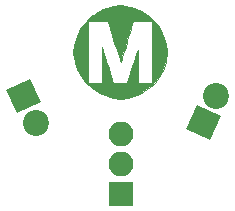
<source format=gts>
G04 #@! TF.FileFunction,Soldermask,Top*
%FSLAX46Y46*%
G04 Gerber Fmt 4.6, Leading zero omitted, Abs format (unit mm)*
G04 Created by KiCad (PCBNEW 4.0.7) date 09/06/18 00:22:22*
%MOMM*%
%LPD*%
G01*
G04 APERTURE LIST*
%ADD10C,0.100000*%
%ADD11C,0.010000*%
%ADD12R,2.100000X2.100000*%
%ADD13O,2.100000X2.100000*%
%ADD14C,2.200000*%
G04 APERTURE END LIST*
D10*
D11*
G36*
X163132559Y-84067440D02*
X163262785Y-84079731D01*
X163326780Y-84098330D01*
X163331000Y-84105333D01*
X163367625Y-84135684D01*
X163451228Y-84147666D01*
X163611897Y-84165032D01*
X163825490Y-84212530D01*
X164068795Y-84283262D01*
X164318598Y-84370331D01*
X164551684Y-84466836D01*
X164597968Y-84488435D01*
X165112004Y-84777944D01*
X165565028Y-85126108D01*
X165957897Y-85533785D01*
X166291466Y-86001829D01*
X166503897Y-86394365D01*
X166601544Y-86620730D01*
X166691256Y-86868869D01*
X166766135Y-87115567D01*
X166819282Y-87337611D01*
X166843800Y-87511787D01*
X166844667Y-87541105D01*
X166857562Y-87627304D01*
X166887000Y-87661333D01*
X166907616Y-87701129D01*
X166922215Y-87810582D01*
X166929045Y-87974789D01*
X166929333Y-88021166D01*
X166924651Y-88196404D01*
X166911774Y-88320499D01*
X166892456Y-88378550D01*
X166887000Y-88381000D01*
X166856648Y-88417624D01*
X166844667Y-88501228D01*
X166827301Y-88661896D01*
X166779803Y-88875490D01*
X166709070Y-89118795D01*
X166622002Y-89368598D01*
X166525496Y-89601684D01*
X166503897Y-89647967D01*
X166213710Y-90161894D01*
X165863246Y-90616562D01*
X165453607Y-91010876D01*
X164985891Y-91343742D01*
X164585222Y-91558256D01*
X164351824Y-91657523D01*
X164100644Y-91747515D01*
X163854427Y-91821484D01*
X163635917Y-91872684D01*
X163467859Y-91894367D01*
X163451228Y-91894666D01*
X163365029Y-91907562D01*
X163331000Y-91937000D01*
X163291037Y-91957284D01*
X163180412Y-91971753D01*
X163013025Y-91978864D01*
X162950000Y-91979333D01*
X162767440Y-91974892D01*
X162637215Y-91962601D01*
X162573220Y-91944002D01*
X162569000Y-91937000D01*
X162532667Y-91905556D01*
X162459636Y-91894666D01*
X162312629Y-91878355D01*
X162111195Y-91833899D01*
X161878063Y-91768015D01*
X161635962Y-91687422D01*
X161407623Y-91598838D01*
X161305624Y-91553604D01*
X160799688Y-91271458D01*
X160346870Y-90924093D01*
X159950271Y-90514605D01*
X159612994Y-90046089D01*
X159396102Y-89647967D01*
X159298456Y-89421602D01*
X159208744Y-89173463D01*
X159133865Y-88926765D01*
X159080718Y-88704721D01*
X159056200Y-88530545D01*
X159055333Y-88501228D01*
X159042437Y-88415028D01*
X159013000Y-88381000D01*
X158992384Y-88341204D01*
X158977784Y-88231751D01*
X158970955Y-88067543D01*
X158970667Y-88021166D01*
X158974632Y-87858562D01*
X158985212Y-87734199D01*
X159000438Y-87667512D01*
X159007171Y-87661333D01*
X159031821Y-87623194D01*
X159056620Y-87524994D01*
X159070422Y-87433765D01*
X159163865Y-86975686D01*
X159332364Y-86515255D01*
X159567736Y-86065594D01*
X159861796Y-85639824D01*
X160096220Y-85375333D01*
X160240667Y-85375333D01*
X160240667Y-90667000D01*
X161383667Y-90667000D01*
X161386685Y-89111250D01*
X161389704Y-87555500D01*
X161485602Y-87894166D01*
X161523612Y-88022326D01*
X161583646Y-88217178D01*
X161661357Y-88464958D01*
X161752396Y-88751905D01*
X161852415Y-89064254D01*
X161957066Y-89388244D01*
X161977464Y-89451058D01*
X162373429Y-90669284D01*
X162942001Y-90657558D01*
X163510572Y-90645833D01*
X163779315Y-89820333D01*
X163876778Y-89519179D01*
X163979918Y-89197442D01*
X164080343Y-88881503D01*
X164169661Y-88597743D01*
X164229279Y-88405785D01*
X164410500Y-87816737D01*
X164431667Y-89231285D01*
X164452833Y-90645833D01*
X165056083Y-90657578D01*
X165659333Y-90669324D01*
X165659333Y-85375333D01*
X164836686Y-85375333D01*
X164551767Y-85375928D01*
X164340281Y-85378371D01*
X164190998Y-85383647D01*
X164092689Y-85392740D01*
X164034125Y-85406637D01*
X164004076Y-85426322D01*
X163992243Y-85449416D01*
X163976305Y-85505154D01*
X163939905Y-85633346D01*
X163885596Y-85824970D01*
X163815935Y-86071001D01*
X163733474Y-86362418D01*
X163640768Y-86690196D01*
X163540373Y-87045311D01*
X163497878Y-87195666D01*
X163395207Y-87557367D01*
X163298889Y-87893626D01*
X163211489Y-88195718D01*
X163135571Y-88454913D01*
X163073699Y-88662486D01*
X163028437Y-88809707D01*
X163002350Y-88887849D01*
X162997687Y-88898016D01*
X162979381Y-88866329D01*
X162939966Y-88762579D01*
X162882452Y-88595864D01*
X162809846Y-88375282D01*
X162725157Y-88109929D01*
X162631394Y-87808902D01*
X162556720Y-87564516D01*
X162451494Y-87217638D01*
X162348098Y-86877292D01*
X162250648Y-86557001D01*
X162163265Y-86270285D01*
X162090068Y-86030667D01*
X162035176Y-85851669D01*
X162015558Y-85788083D01*
X161887744Y-85375333D01*
X160240667Y-85375333D01*
X160096220Y-85375333D01*
X160206361Y-85251066D01*
X160593246Y-84912441D01*
X160685564Y-84844306D01*
X160926842Y-84690572D01*
X161206170Y-84542512D01*
X161504492Y-84407651D01*
X161802752Y-84293512D01*
X162081892Y-84207620D01*
X162322857Y-84157499D01*
X162449973Y-84147666D01*
X162535635Y-84134651D01*
X162569000Y-84105333D01*
X162608963Y-84085048D01*
X162719587Y-84070579D01*
X162886975Y-84063468D01*
X162950000Y-84063000D01*
X163132559Y-84067440D01*
X163132559Y-84067440D01*
G37*
X163132559Y-84067440D02*
X163262785Y-84079731D01*
X163326780Y-84098330D01*
X163331000Y-84105333D01*
X163367625Y-84135684D01*
X163451228Y-84147666D01*
X163611897Y-84165032D01*
X163825490Y-84212530D01*
X164068795Y-84283262D01*
X164318598Y-84370331D01*
X164551684Y-84466836D01*
X164597968Y-84488435D01*
X165112004Y-84777944D01*
X165565028Y-85126108D01*
X165957897Y-85533785D01*
X166291466Y-86001829D01*
X166503897Y-86394365D01*
X166601544Y-86620730D01*
X166691256Y-86868869D01*
X166766135Y-87115567D01*
X166819282Y-87337611D01*
X166843800Y-87511787D01*
X166844667Y-87541105D01*
X166857562Y-87627304D01*
X166887000Y-87661333D01*
X166907616Y-87701129D01*
X166922215Y-87810582D01*
X166929045Y-87974789D01*
X166929333Y-88021166D01*
X166924651Y-88196404D01*
X166911774Y-88320499D01*
X166892456Y-88378550D01*
X166887000Y-88381000D01*
X166856648Y-88417624D01*
X166844667Y-88501228D01*
X166827301Y-88661896D01*
X166779803Y-88875490D01*
X166709070Y-89118795D01*
X166622002Y-89368598D01*
X166525496Y-89601684D01*
X166503897Y-89647967D01*
X166213710Y-90161894D01*
X165863246Y-90616562D01*
X165453607Y-91010876D01*
X164985891Y-91343742D01*
X164585222Y-91558256D01*
X164351824Y-91657523D01*
X164100644Y-91747515D01*
X163854427Y-91821484D01*
X163635917Y-91872684D01*
X163467859Y-91894367D01*
X163451228Y-91894666D01*
X163365029Y-91907562D01*
X163331000Y-91937000D01*
X163291037Y-91957284D01*
X163180412Y-91971753D01*
X163013025Y-91978864D01*
X162950000Y-91979333D01*
X162767440Y-91974892D01*
X162637215Y-91962601D01*
X162573220Y-91944002D01*
X162569000Y-91937000D01*
X162532667Y-91905556D01*
X162459636Y-91894666D01*
X162312629Y-91878355D01*
X162111195Y-91833899D01*
X161878063Y-91768015D01*
X161635962Y-91687422D01*
X161407623Y-91598838D01*
X161305624Y-91553604D01*
X160799688Y-91271458D01*
X160346870Y-90924093D01*
X159950271Y-90514605D01*
X159612994Y-90046089D01*
X159396102Y-89647967D01*
X159298456Y-89421602D01*
X159208744Y-89173463D01*
X159133865Y-88926765D01*
X159080718Y-88704721D01*
X159056200Y-88530545D01*
X159055333Y-88501228D01*
X159042437Y-88415028D01*
X159013000Y-88381000D01*
X158992384Y-88341204D01*
X158977784Y-88231751D01*
X158970955Y-88067543D01*
X158970667Y-88021166D01*
X158974632Y-87858562D01*
X158985212Y-87734199D01*
X159000438Y-87667512D01*
X159007171Y-87661333D01*
X159031821Y-87623194D01*
X159056620Y-87524994D01*
X159070422Y-87433765D01*
X159163865Y-86975686D01*
X159332364Y-86515255D01*
X159567736Y-86065594D01*
X159861796Y-85639824D01*
X160096220Y-85375333D01*
X160240667Y-85375333D01*
X160240667Y-90667000D01*
X161383667Y-90667000D01*
X161386685Y-89111250D01*
X161389704Y-87555500D01*
X161485602Y-87894166D01*
X161523612Y-88022326D01*
X161583646Y-88217178D01*
X161661357Y-88464958D01*
X161752396Y-88751905D01*
X161852415Y-89064254D01*
X161957066Y-89388244D01*
X161977464Y-89451058D01*
X162373429Y-90669284D01*
X162942001Y-90657558D01*
X163510572Y-90645833D01*
X163779315Y-89820333D01*
X163876778Y-89519179D01*
X163979918Y-89197442D01*
X164080343Y-88881503D01*
X164169661Y-88597743D01*
X164229279Y-88405785D01*
X164410500Y-87816737D01*
X164431667Y-89231285D01*
X164452833Y-90645833D01*
X165056083Y-90657578D01*
X165659333Y-90669324D01*
X165659333Y-85375333D01*
X164836686Y-85375333D01*
X164551767Y-85375928D01*
X164340281Y-85378371D01*
X164190998Y-85383647D01*
X164092689Y-85392740D01*
X164034125Y-85406637D01*
X164004076Y-85426322D01*
X163992243Y-85449416D01*
X163976305Y-85505154D01*
X163939905Y-85633346D01*
X163885596Y-85824970D01*
X163815935Y-86071001D01*
X163733474Y-86362418D01*
X163640768Y-86690196D01*
X163540373Y-87045311D01*
X163497878Y-87195666D01*
X163395207Y-87557367D01*
X163298889Y-87893626D01*
X163211489Y-88195718D01*
X163135571Y-88454913D01*
X163073699Y-88662486D01*
X163028437Y-88809707D01*
X163002350Y-88887849D01*
X162997687Y-88898016D01*
X162979381Y-88866329D01*
X162939966Y-88762579D01*
X162882452Y-88595864D01*
X162809846Y-88375282D01*
X162725157Y-88109929D01*
X162631394Y-87808902D01*
X162556720Y-87564516D01*
X162451494Y-87217638D01*
X162348098Y-86877292D01*
X162250648Y-86557001D01*
X162163265Y-86270285D01*
X162090068Y-86030667D01*
X162035176Y-85851669D01*
X162015558Y-85788083D01*
X161887744Y-85375333D01*
X160240667Y-85375333D01*
X160096220Y-85375333D01*
X160206361Y-85251066D01*
X160593246Y-84912441D01*
X160685564Y-84844306D01*
X160926842Y-84690572D01*
X161206170Y-84542512D01*
X161504492Y-84407651D01*
X161802752Y-84293512D01*
X162081892Y-84207620D01*
X162322857Y-84157499D01*
X162449973Y-84147666D01*
X162535635Y-84134651D01*
X162569000Y-84105333D01*
X162608963Y-84085048D01*
X162719587Y-84070579D01*
X162886975Y-84063468D01*
X162950000Y-84063000D01*
X163132559Y-84067440D01*
D12*
X163000000Y-100000000D03*
D13*
X163000000Y-97460000D03*
X163000000Y-94920000D03*
D10*
G36*
X153288181Y-91217942D02*
X155282058Y-90288181D01*
X156211819Y-92282058D01*
X154217942Y-93211819D01*
X153288181Y-91217942D01*
X153288181Y-91217942D01*
G37*
D14*
X155823450Y-94052022D03*
D10*
G36*
X170532058Y-95461819D02*
X168538181Y-94532058D01*
X169467942Y-92538181D01*
X171461819Y-93467942D01*
X170532058Y-95461819D01*
X170532058Y-95461819D01*
G37*
D14*
X171073450Y-91697978D03*
M02*

</source>
